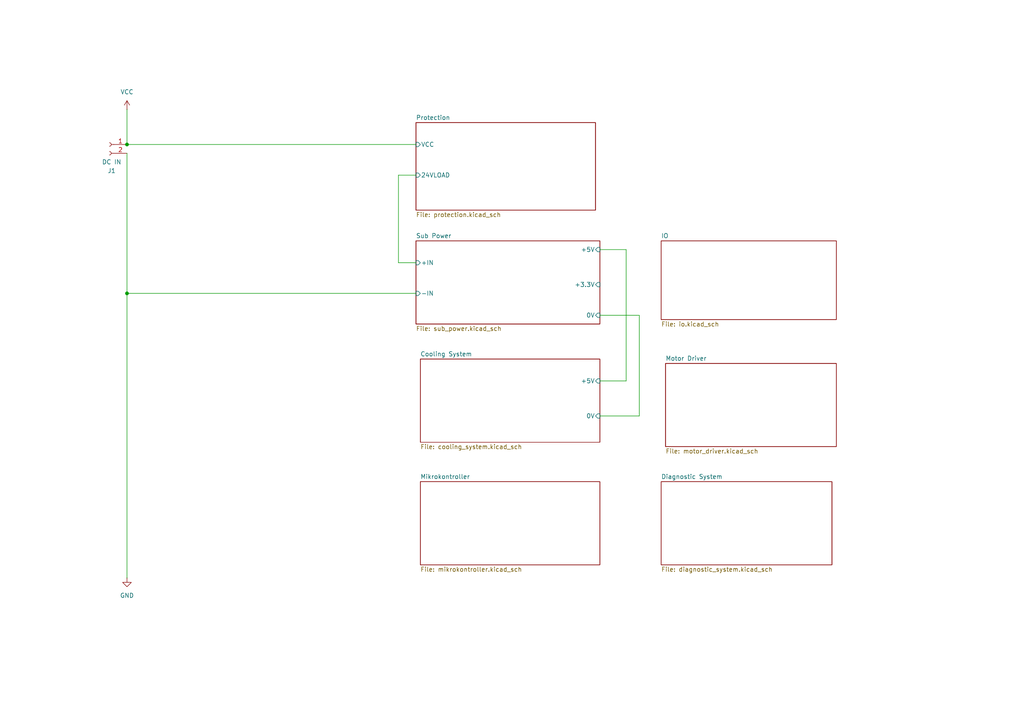
<source format=kicad_sch>
(kicad_sch (version 20250114) (generator "eeschema") (generator_version "9.0")
  (paper "A4")
  (lib_symbols
    (symbol "Connector:Conn_01x02_Socket" (pin_names (offset 1.016) (hide yes))
      (property "Reference" "J" (at 0 2.54 0))
      (property "Value" "Conn_01x02_Socket" (at 0 -5.08 0))
      (symbol "Conn_01x02_Socket_1_1"
        (polyline (pts (xy -1.27 0) (xy -0.508 0)) (stroke (width 0.1524)))
        (polyline (pts (xy -1.27 -2.54) (xy -0.508 -2.54)) (stroke (width 0.1524)))
        (arc (start 0 -0.508) (mid -0.5058 0) (end 0 0.508) (stroke (width 0.1524)))
        (arc (start 0 -3.048) (mid -0.5058 -2.54) (end 0 -2.032) (stroke (width 0.1524)))
        (pin passive line (at -5.08 0 0) (length 3.81) (name "Pin_1") (number "1"))
        (pin passive line (at -5.08 -2.54 0) (length 3.81) (name "Pin_2") (number "2"))
      )
    )
    (symbol "power:GND" (power) (pin_numbers (hide yes)) (pin_names (offset 0) (hide yes))
      (property "Value" "GND" (at 0 -3.81 0))
      (symbol "GND_0_1"
        (polyline (pts (xy 0 0) (xy 0 -1.27) (xy 1.27 -1.27) (xy 0 -2.54) (xy -1.27 -1.27) (xy 0 -1.27)))
      )
      (symbol "GND_1_1"
        (pin power_in line (at 0 0 270) (length 0) (name "~") (number "1"))
      )
    )
    (symbol "power:VCC" (power) (pin_numbers (hide yes)) (pin_names (offset 0) (hide yes))
      (property "Value" "VCC" (at 0 3.556 0))
      (symbol "VCC_0_1"
        (polyline (pts (xy -0.762 1.27) (xy 0 2.54)))
        (polyline (pts (xy 0 2.54) (xy 0.762 1.27)))
        (polyline (pts (xy 0 0) (xy 0 2.54)))
      )
      (symbol "VCC_1_1"
        (pin power_in line (at 0 0 90) (length 0) (name "~") (number "1"))
      )
    )
  )
  (junction (at 36.83 41.91))
  (junction (at 36.83 85.09))
  (wire (pts (xy 36.83 41.91) (xy 120.65 41.91)))
  (wire (pts (xy 36.83 31.75) (xy 36.83 41.91)))
  (wire (pts (xy 36.83 85.09) (xy 120.65 85.09)))
  (wire (pts (xy 36.83 85.09) (xy 36.83 167.64)))
  (wire (pts (xy 115.57 76.2) (xy 120.65 76.2)))
  (wire (pts (xy 173.99 91.44) (xy 185.42 91.44)))
  (wire (pts (xy 173.99 72.39) (xy 181.61 72.39)))
  (wire (pts (xy 173.99 110.49) (xy 181.61 110.49)))
  (wire (pts (xy 181.61 72.39) (xy 181.61 110.49)))
  (wire (pts (xy 185.42 120.65) (xy 173.99 120.65)))
  (wire (pts (xy 36.83 44.45) (xy 36.83 85.09)))
  (wire (pts (xy 185.42 91.44) (xy 185.42 120.65)))
  (wire (pts (xy 115.57 50.8) (xy 115.57 76.2)))
  (wire (pts (xy 120.65 50.8) (xy 115.57 50.8)))
  (symbol (lib_id "power:VCC") (at 36.83 31.75 0) (unit 1)
    (property "Reference" "#PWR02" (effects (hide yes)))
    (property "Value" "VCC" (at 36.83 26.67 0))
    (property "Description" "Power symbol creates a global label with name \"VCC\"" (effects (hide yes)))
  )
  (symbol (lib_id "power:GND") (at 36.83 167.64 0) (unit 1)
    (property "Reference" "#PWR01" (effects (hide yes)))
    (property "Value" "GND" (at 36.83 172.72 0))
    (property "Description" "Power symbol creates a global label with name \"GND\" , ground" (effects (hide yes)))
  )
  (symbol (lib_id "Connector:Conn_01x02_Socket") (at 31.75 41.91 0) (mirror y) (unit 1)
    (property "Reference" "J1" (at 32.385 49.53 0))
    (property "Value" "DC IN" (at 32.385 46.99 0))
    (property "Footprint" "Connector_Wago:Wago_734-132_1x02_P3.50mm_Vertical" (effects (hide yes)))
    (property "Description" "Generic connector, single row, 01x02, script generated" (effects (hide yes)))
  )
  (sheet (at 121.92 139.7) (size 52.07 24.13) (stroke (width 0.1524))
    (property "Sheetname" "Mikrokontroller" (at 121.92 138.9884 0) (effects (justify left bottom)))
    (property "Sheetfile" "mikrokontroller.kicad_sch" (at 121.92 164.4146 0) (effects (justify left top)))
  )
  (sheet (at 120.65 35.56) (size 52.07 25.4) (stroke (width 0.1524))
    (property "Sheetname" "Protection" (at 120.65 34.8484 0) (effects (justify left bottom)))
    (property "Sheetfile" "protection.kicad_sch" (at 120.65 61.5446 0) (effects (justify left top)))
    (pin "VCC" input (at 120.65 41.91 180))
    (pin "24VLOAD" input (at 120.65 50.8 180))
  )
  (sheet (at 191.77 139.7) (size 49.53 24.13) (stroke (width 0.1524))
    (property "Sheetname" "Diagnostic System" (at 191.77 138.9884 0) (effects (justify left bottom)))
    (property "Sheetfile" "diagnostic_system.kicad_sch" (at 191.77 164.4146 0) (effects (justify left top)))
  )
  (sheet (at 193.04 105.41) (size 49.53 24.13) (stroke (width 0.1524))
    (property "Sheetname" "Motor Driver" (at 193.04 104.6984 0) (effects (justify left bottom)))
    (property "Sheetfile" "motor_driver.kicad_sch" (at 193.04 130.1246 0) (effects (justify left top)))
  )
  (sheet (at 121.92 104.14) (size 52.07 24.13) (stroke (width 0.1524))
    (property "Sheetname" "Cooling System" (at 121.92 103.4284 0) (effects (justify left bottom)))
    (property "Sheetfile" "cooling_system.kicad_sch" (at 121.92 128.8546 0) (effects (justify left top)))
    (pin "+5V" input (at 173.99 110.49 0))
    (pin "0V" input (at 173.99 120.65 0))
  )
  (sheet (at 120.65 69.85) (size 53.34 24.13) (stroke (width 0.1524))
    (property "Sheetname" "Sub Power" (at 120.65 69.1384 0) (effects (justify left bottom)))
    (property "Sheetfile" "sub_power.kicad_sch" (at 120.65 94.5646 0) (effects (justify left top)))
    (pin "+3.3V" input (at 173.99 82.55 0))
    (pin "+5V" input (at 173.99 72.39 0))
    (pin "+IN" input (at 120.65 76.2 180))
    (pin "-IN" input (at 120.65 85.09 180))
    (pin "0V" input (at 173.99 91.44 0))
  )
  (sheet (at 191.77 69.85) (size 50.8 22.86) (stroke (width 0.1524))
    (property "Sheetname" "IO" (at 191.77 69.1384 0) (effects (justify left bottom)))
    (property "Sheetfile" "io.kicad_sch" (at 191.77 93.2946 0) (effects (justify left top)))
  )
)
</source>
